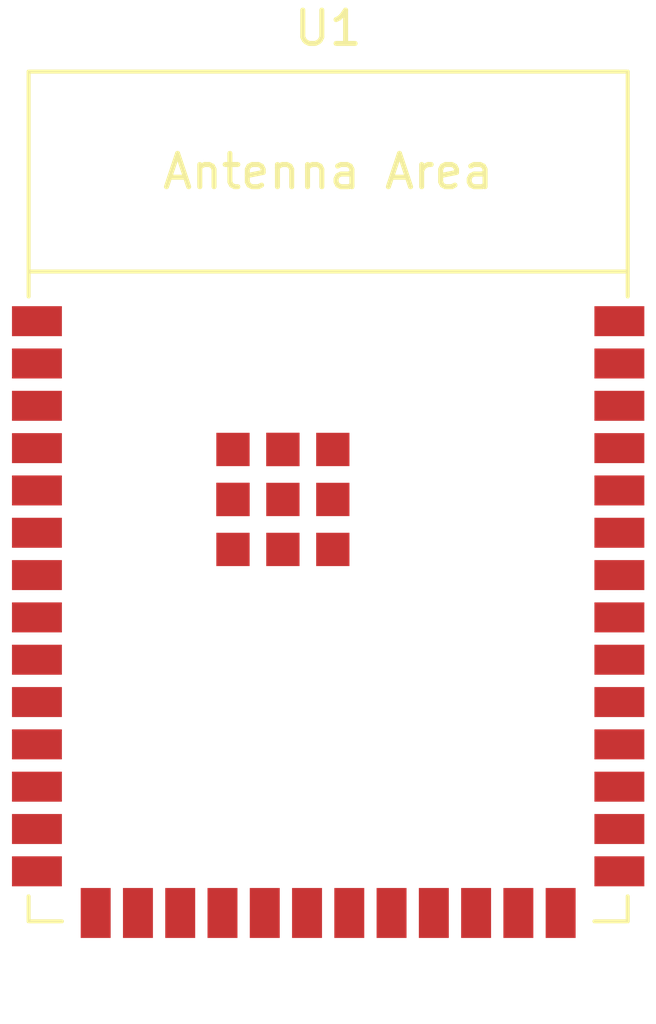
<source format=kicad_pcb>
(kicad_pcb (version 20221018) (generator pcbnew)
  (layers (0 "F.Cu" signal) (31 "B.Cu" signal) (34 "B.Paste" user) (35 "F.Paste" user) (36 "B.SilkS" user "B.Silkscreen") (37 "F.SilkS" user "F.Silkscreen") (38 "B.Mask" user) (39 "F.Mask" user) (44 "Edge.Cuts" user))
  (net 0 "")
  (net 1 "Net-(U1-GND-Pad1)")
  (net 2 "+3.3V")
  (net 3 "Net-(U1-EN)")
  (net 13 "USBD-")
  (net 14 "USBD+")
  (net 27 "BOOT")
  (net 32 "TCK")
  (net 33 "TDO")
  (net 34 "TDI")
  (net 35 "TMS")
  (net 36 "RX")
  (net 37 "TX")
  (footprint "PCM_Espressif:ESP32-S3-WROOM-2" (layer "F.Cu") (at 139.75 81.75)
    (fp_text reference "U1" (at 0 -17.05) (layer "F.SilkS"))
    (fp_text value "ESP32-S3-WROOM-2")
    (fp_text user "Antenna Area" (at 0 -12.75) (layer "F.SilkS"))
    (fp_line (start -9 -15.75) (end -9 -9) (stroke (width 0.12)) (layer "F.SilkS"))
    (fp_line (start -9 -15.75) (end 9 -15.75) (stroke (width 0.12)) (layer "F.SilkS"))
    (fp_line (start -9 9) (end -9 9.75) (stroke (width 0.12)) (layer "F.SilkS"))
    (fp_line (start -9 9.75) (end -8 9.75) (stroke (width 0.12)) (layer "F.SilkS"))
    (fp_line (start 9 -15.75) (end 9 -9) (stroke (width 0.12)) (layer "F.SilkS"))
    (fp_line (start 9 -9.75) (end -9 -9.75) (stroke (width 0.12)) (layer "F.SilkS"))
    (fp_line (start 9 9) (end 9 9.75) (stroke (width 0.12)) (layer "F.SilkS"))
    (fp_line (start 9 9.75) (end 8 9.75) (stroke (width 0.12)) (layer "F.SilkS"))
    (pad "1" smd rect (at -8.75 -8.26) (size 1.5 0.9) (layers "F.Cu" "F.Paste" "F.Mask") (net 1 "Net-(U1-GND-Pad1)"))
    (pad "2" smd rect (at -8.75 -6.99) (size 1.5 0.9) (layers "F.Cu" "F.Paste" "F.Mask") (net 2 "+3.3V"))
    (pad "3" smd rect (at -8.75 -5.72) (size 1.5 0.9) (layers "F.Cu" "F.Paste" "F.Mask") (net 3 "Net-(U1-EN)"))
    (pad "4" smd rect (at -8.75 -4.45) (size 1.5 0.9) (layers "F.Cu" "F.Paste" "F.Mask"))
    (pad "5" smd rect (at -8.75 -3.18) (size 1.5 0.9) (layers "F.Cu" "F.Paste" "F.Mask"))
    (pad "6" smd rect (at -8.75 -1.91) (size 1.5 0.9) (layers "F.Cu" "F.Paste" "F.Mask"))
    (pad "7" smd rect (at -8.75 -0.64) (size 1.5 0.9) (layers "F.Cu" "F.Paste" "F.Mask"))
    (pad "8" smd rect (at -8.75 0.63) (size 1.5 0.9) (layers "F.Cu" "F.Paste" "F.Mask"))
    (pad "9" smd rect (at -8.75 1.9) (size 1.5 0.9) (layers "F.Cu" "F.Paste" "F.Mask"))
    (pad "10" smd rect (at -8.75 3.17) (size 1.5 0.9) (layers "F.Cu" "F.Paste" "F.Mask"))
    (pad "11" smd rect (at -8.75 4.44) (size 1.5 0.9) (layers "F.Cu" "F.Paste" "F.Mask"))
    (pad "12" smd rect (at -8.75 5.71) (size 1.5 0.9) (layers "F.Cu" "F.Paste" "F.Mask"))
    (pad "13" smd rect (at -8.75 6.98) (size 1.5 0.9) (layers "F.Cu" "F.Paste" "F.Mask") (net 13 "USBD-"))
    (pad "14" smd rect (at -8.75 8.25) (size 1.5 0.9) (layers "F.Cu" "F.Paste" "F.Mask") (net 14 "USBD+"))
    (pad "15" smd rect (at -6.985 9.5 90) (size 1.5 0.9) (layers "F.Cu" "F.Paste" "F.Mask"))
    (pad "16" smd rect (at -5.715 9.5 90) (size 1.5 0.9) (layers "F.Cu" "F.Paste" "F.Mask"))
    (pad "17" smd rect (at -4.445 9.5 90) (size 1.5 0.9) (layers "F.Cu" "F.Paste" "F.Mask"))
    (pad "18" smd rect (at -3.175 9.5 90) (size 1.5 0.9) (layers "F.Cu" "F.Paste" "F.Mask"))
    (pad "19" smd rect (at -1.905 9.5 90) (size 1.5 0.9) (layers "F.Cu" "F.Paste" "F.Mask"))
    (pad "20" smd rect (at -0.635 9.5 90) (size 1.5 0.9) (layers "F.Cu" "F.Paste" "F.Mask"))
    (pad "21" smd rect (at 0.635 9.5 90) (size 1.5 0.9) (layers "F.Cu" "F.Paste" "F.Mask"))
    (pad "22" smd rect (at 1.905 9.5 90) (size 1.5 0.9) (layers "F.Cu" "F.Paste" "F.Mask"))
    (pad "23" smd rect (at 3.175 9.5 90) (size 1.5 0.9) (layers "F.Cu" "F.Paste" "F.Mask"))
    (pad "24" smd rect (at 4.445 9.5 90) (size 1.5 0.9) (layers "F.Cu" "F.Paste" "F.Mask"))
    (pad "25" smd rect (at 5.715 9.5 90) (size 1.5 0.9) (layers "F.Cu" "F.Paste" "F.Mask"))
    (pad "26" smd rect (at 6.985 9.5 90) (size 1.5 0.9) (layers "F.Cu" "F.Paste" "F.Mask"))
    (pad "27" smd rect (at 8.75 8.25 180) (size 1.5 0.9) (layers "F.Cu" "F.Paste" "F.Mask") (net 27 "BOOT"))
    (pad "28" smd rect (at 8.75 6.98 180) (size 1.5 0.9) (layers "F.Cu" "F.Paste" "F.Mask"))
    (pad "29" smd rect (at 8.75 5.71 180) (size 1.5 0.9) (layers "F.Cu" "F.Paste" "F.Mask"))
    (pad "30" smd rect (at 8.75 4.44 180) (size 1.5 0.9) (layers "F.Cu" "F.Paste" "F.Mask"))
    (pad "31" smd rect (at 8.75 3.17 180) (size 1.5 0.9) (layers "F.Cu" "F.Paste" "F.Mask"))
    (pad "32" smd rect (at 8.75 1.9 180) (size 1.5 0.9) (layers "F.Cu" "F.Paste" "F.Mask") (net 32 "TCK"))
    (pad "33" smd rect (at 8.75 0.63 180) (size 1.5 0.9) (layers "F.Cu" "F.Paste" "F.Mask") (net 33 "TDO"))
    (pad "34" smd rect (at 8.75 -0.64 180) (size 1.5 0.9) (layers "F.Cu" "F.Paste" "F.Mask") (net 34 "TDI"))
    (pad "35" smd rect (at 8.75 -1.91 180) (size 1.5 0.9) (layers "F.Cu" "F.Paste" "F.Mask") (net 35 "TMS"))
    (pad "36" smd rect (at 8.75 -3.18 180) (size 1.5 0.9) (layers "F.Cu" "F.Paste" "F.Mask") (net 36 "RX"))
    (pad "37" smd rect (at 8.75 -4.45 180) (size 1.5 0.9) (layers "F.Cu" "F.Paste" "F.Mask") (net 37 "TX"))
    (pad "38" smd rect (at 8.75 -5.72 180) (size 1.5 0.9) (layers "F.Cu" "F.Paste" "F.Mask"))
    (pad "39" smd rect (at 8.75 -6.99 180) (size 1.5 0.9) (layers "F.Cu" "F.Paste" "F.Mask"))
    (pad "40" smd rect (at 8.75 -8.26 180) (size 1.5 0.9) (layers "F.Cu" "F.Paste" "F.Mask") (net 1 "Net-(U1-GND-Pad1)"))
    (pad "41" smd rect (at -2.86 -4.41 180) (size 1 1) (layers "F.Cu" "F.Paste" "F.Mask") (net 1 "Net-(U1-GND-Pad1)"))
    (pad "41" smd rect (at -2.86 -2.91 180) (size 1 1) (layers "F.Cu" "F.Paste" "F.Mask") (net 1 "Net-(U1-GND-Pad1)"))
    (pad "41" smd rect (at -2.86 -2.91 180) (size 1 1) (layers "F.Cu" "F.Paste" "F.Mask") (net 1 "Net-(U1-GND-Pad1)"))
    (pad "41" smd rect (at -2.86 -1.41 180) (size 1 1) (layers "F.Cu" "F.Paste" "F.Mask") (net 1 "Net-(U1-GND-Pad1)"))
    (pad "41" smd rect (at -1.36 -4.41 180) (size 1 1) (layers "F.Cu" "F.Paste" "F.Mask") (net 1 "Net-(U1-GND-Pad1)"))
    (pad "41" smd rect (at -1.36 -4.41 180) (size 1 1) (layers "F.Cu" "F.Paste" "F.Mask") (net 1 "Net-(U1-GND-Pad1)"))
    (pad "41" smd rect (at -1.36 -2.91 180) (size 1 1) (layers "F.Cu" "F.Paste" "F.Mask") (net 1 "Net-(U1-GND-Pad1)"))
    (pad "41" smd rect (at -1.36 -1.41 180) (size 1 1) (layers "F.Cu" "F.Paste" "F.Mask") (net 1 "Net-(U1-GND-Pad1)"))
    (pad "41" smd rect (at 0.14 -4.41 180) (size 1 1) (layers "F.Cu" "F.Paste" "F.Mask") (net 1 "Net-(U1-GND-Pad1)"))
    (pad "41" smd rect (at 0.14 -2.91 180) (size 1 1) (layers "F.Cu" "F.Paste" "F.Mask") (net 1 "Net-(U1-GND-Pad1)"))
    (pad "41" smd rect (at 0.14 -1.41 180) (size 1 1) (layers "F.Cu" "F.Paste" "F.Mask") (net 1 "Net-(U1-GND-Pad1)"))
  )
)
</source>
